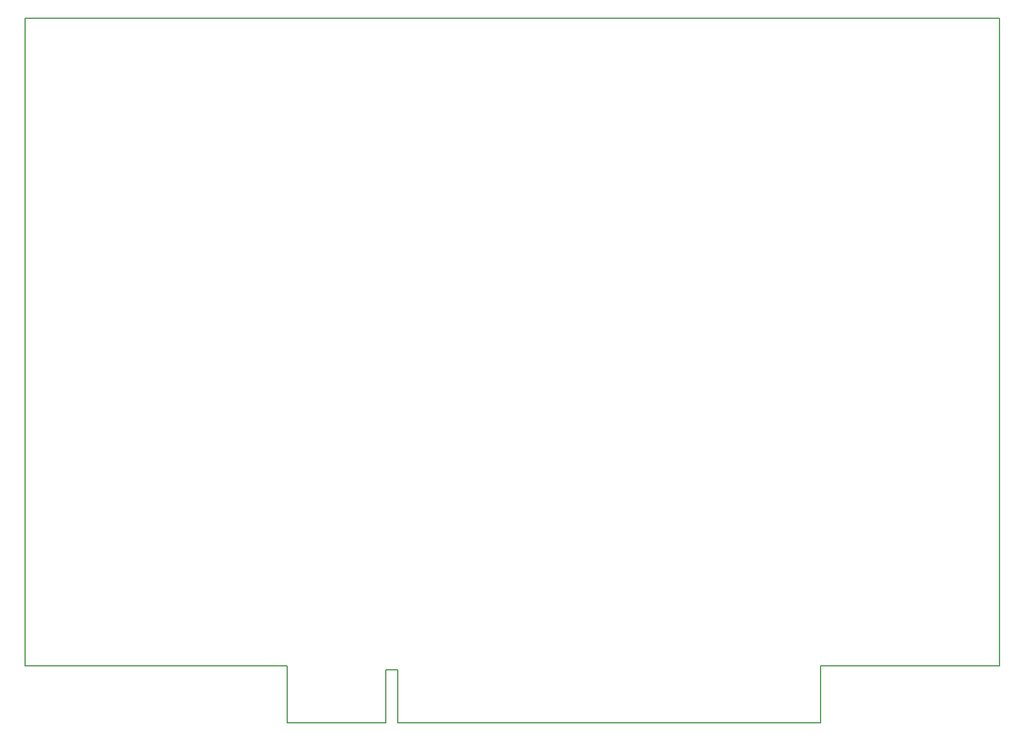
<source format=gko>
%FSAX25Y25*%
%MOIN*%
G70*
G01*
G75*
G04 Layer_Color=16711935*
%ADD10R,0.41339X0.33071*%
%ADD11R,0.04134X0.12992*%
%ADD12R,0.05118X0.05906*%
%ADD13R,0.10000X0.15000*%
%ADD14O,0.10000X0.15000*%
%ADD15R,0.20000X0.09500*%
%ADD16R,0.20000X0.04500*%
%ADD17R,0.04331X0.05512*%
%ADD18R,0.05512X0.04331*%
%ADD19R,0.08661X0.07874*%
%ADD20R,0.04331X0.06693*%
%ADD21R,0.01575X0.08465*%
%ADD22R,0.01575X0.08465*%
%ADD23R,0.06693X0.04331*%
%ADD24R,0.07874X0.08661*%
%ADD25R,0.08000X0.07200*%
%ADD26O,0.06500X0.03000*%
%ADD27R,0.06500X0.03000*%
%ADD28O,0.04000X0.20000*%
%ADD29R,0.01181X0.03169*%
%ADD30R,0.03169X0.01181*%
%ADD31R,0.26378X0.26378*%
%ADD32R,0.06496X0.01181*%
%ADD33R,0.33071X0.41339*%
%ADD34R,0.12992X0.04134*%
%ADD35R,0.04331X0.02559*%
%ADD36O,0.07480X0.02362*%
%ADD37C,0.01969*%
%ADD38O,0.02362X0.08661*%
%ADD39R,0.10236X0.05906*%
%ADD40R,0.04000X0.16000*%
%ADD41R,0.16000X0.04000*%
%ADD42R,0.05906X0.05118*%
%ADD43O,0.03150X0.00984*%
%ADD44O,0.00984X0.03150*%
%ADD45R,0.10236X0.10236*%
%ADD46C,0.03543*%
%ADD47C,0.00500*%
%ADD48C,0.03150*%
%ADD49C,0.00787*%
%ADD50C,0.01000*%
%ADD51C,0.01181*%
%ADD52C,0.01969*%
%ADD53C,0.03937*%
%ADD54C,0.02362*%
%ADD55C,0.01575*%
%ADD56C,0.00900*%
%ADD57R,0.11909X0.03543*%
%ADD58R,0.09843X0.09843*%
%ADD59C,0.09843*%
%ADD60R,0.05906X0.05906*%
%ADD61C,0.05906*%
%ADD62C,0.05000*%
%ADD63C,0.14961*%
%ADD64C,0.06299*%
%ADD65R,0.06299X0.06299*%
%ADD66C,0.02598*%
%ADD67C,0.03150*%
%ADD68R,0.05709X0.02165*%
%ADD69O,0.07874X0.01378*%
%ADD70C,0.00984*%
%ADD71C,0.00394*%
%ADD72C,0.00600*%
%ADD73C,0.00720*%
%ADD74C,0.00800*%
%ADD75C,0.00300*%
%ADD76R,0.00100X0.00100*%
%ADD77R,3.15000X0.30000*%
%ADD78R,0.42139X0.33871*%
%ADD79R,0.04934X0.13792*%
%ADD80R,0.05918X0.06706*%
%ADD81R,0.10800X0.15800*%
%ADD82O,0.10800X0.15800*%
%ADD83R,0.20800X0.10300*%
%ADD84R,0.20800X0.05300*%
%ADD85R,0.05131X0.06312*%
%ADD86R,0.06312X0.05131*%
%ADD87R,0.09461X0.08674*%
%ADD88R,0.05131X0.07493*%
%ADD89R,0.02375X0.09265*%
%ADD90R,0.02375X0.09265*%
%ADD91R,0.07493X0.05131*%
%ADD92R,0.08674X0.09461*%
%ADD93R,0.08800X0.08000*%
%ADD94O,0.07300X0.03800*%
%ADD95R,0.07300X0.03800*%
%ADD96O,0.04800X0.20800*%
%ADD97R,0.01981X0.03969*%
%ADD98R,0.03969X0.01981*%
%ADD99R,0.27178X0.27178*%
%ADD100R,0.07296X0.01981*%
%ADD101R,0.33871X0.42139*%
%ADD102R,0.13792X0.04934*%
%ADD103R,0.05131X0.03359*%
%ADD104O,0.08280X0.03162*%
%ADD105C,0.02769*%
%ADD106O,0.03162X0.09461*%
%ADD107R,0.11036X0.06706*%
%ADD108R,0.04800X0.16800*%
%ADD109R,0.16800X0.04800*%
%ADD110R,0.06706X0.05918*%
%ADD111O,0.03950X0.01784*%
%ADD112O,0.01784X0.03950*%
%ADD113R,0.11036X0.11036*%
%ADD114R,0.10642X0.10642*%
%ADD115C,0.10642*%
%ADD116R,0.06706X0.06706*%
%ADD117C,0.06706*%
%ADD118C,0.05800*%
%ADD119C,0.15761*%
%ADD120C,0.07099*%
%ADD121R,0.07099X0.07099*%
%ADD122C,0.03950*%
%ADD123R,0.06509X0.02965*%
%ADD124O,0.08674X0.02178*%
%ADD125C,0.03398*%
%ADD126C,0.01500*%
D47*
X0195272Y-0014496D02*
Y0016504D01*
X0188272Y-0014496D02*
Y0016504D01*
X0442772Y-0014496D02*
Y0019004D01*
X-0022835Y0366504D02*
Y0397933D01*
Y0316504D02*
Y0366504D01*
Y0019004D02*
Y0021504D01*
X0547244Y0054004D02*
Y0361504D01*
X0130772Y-0014496D02*
Y0019004D01*
X0195272Y-0014496D02*
X0442772D01*
X0188272Y0016504D02*
X0195272D01*
X0130772Y-0014496D02*
X0188272D01*
X-0022835Y0019004D02*
X0130772D01*
X0442772D02*
X0518307D01*
X-0022835Y0397933D02*
X0513189D01*
X0547244Y0361504D02*
Y0397933D01*
X0513189D02*
X0547244D01*
Y0019004D02*
Y0054004D01*
X0518307Y0019004D02*
X0547244D01*
X-0022835Y0021504D02*
Y0316504D01*
M02*

</source>
